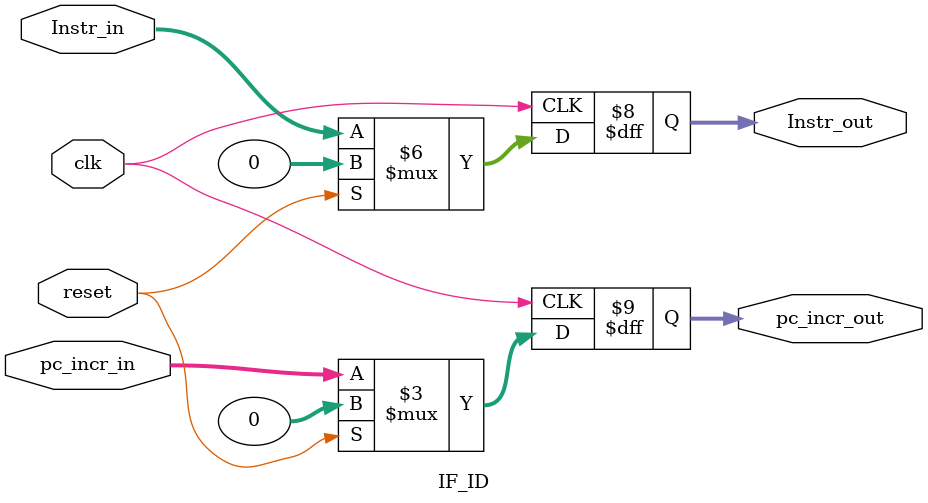
<source format=v>
module IF_ID (reset, clk, Instr_in, Instr_out, pc_incr_in, pc_incr_out);

    input clk, reset;
    input [31:0] Instr_in, pc_incr_in;
    output [31:0] Instr_out, pc_incr_out;
    
    reg [31:0] Instr_out, pc_incr_out;
    
    always @(posedge clk) begin
        if (reset) begin
            Instr_out <= 32'b0;
            pc_incr_out <= 32'b0;
        end else begin
            Instr_out <= Instr_in;  
            pc_incr_out <= pc_incr_in;
        end
    end
    
endmodule

</source>
